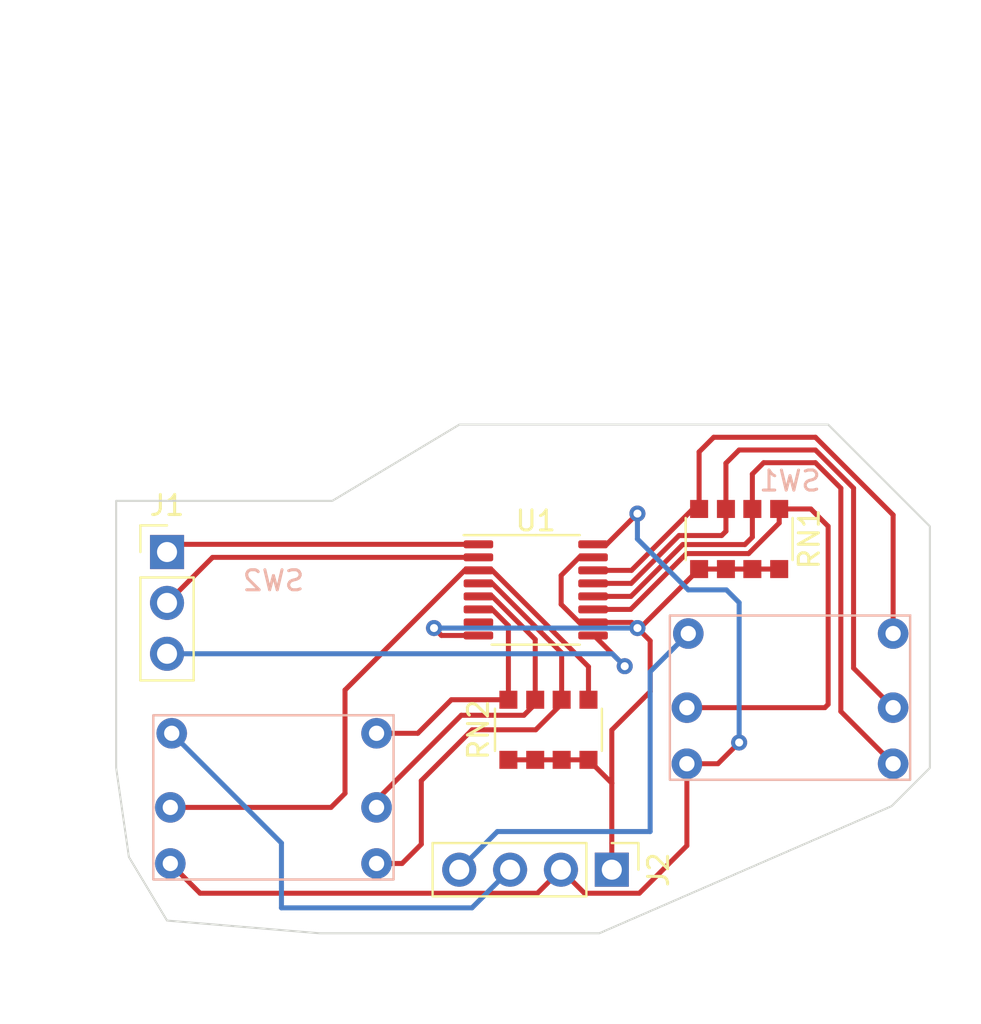
<source format=kicad_pcb>
(kicad_pcb (version 20211014) (generator pcbnew)
  (layers (0 "F.Cu" signal) (31 "B.Cu" signal) (34 "B.Paste" user) (35 "F.Paste" user) (36 "B.SilkS" user "B.Silkscreen") (37 "F.SilkS" user "F.Silkscreen") (38 "B.Mask" user) (39 "F.Mask" user) (44 "Edge.Cuts" user))
  (net 0 "")
  (footprint "Resistor_SMD:R_Array_Convex_4x1206" (layer "F.Cu") (at 147.783816 79.97107 -90)
    (fp_text reference "RN1" (at 0 -3.5 90) (layer "F.SilkS"))
    (fp_text value "1k")
    (fp_line (start 1.05 -2.67) (end -1.05 -2.67) (layer "F.SilkS") (width 0.12))
    (fp_line (start 1.05 2.67) (end -1.05 2.67) (layer "F.SilkS") (width 0.12))
    (pad "1" smd rect (at -1.5 -2 270) (size 0.9 0.9) (layers "F.Cu" "F.Paste" "F.Mask"))
    (pad "2" smd rect (at -1.5 -0.66 270) (size 0.9 0.9) (layers "F.Cu" "F.Paste" "F.Mask"))
    (pad "3" smd rect (at -1.5 0.66 270) (size 0.9 0.9) (layers "F.Cu" "F.Paste" "F.Mask"))
    (pad "4" smd rect (at -1.5 2 270) (size 0.9 0.9) (layers "F.Cu" "F.Paste" "F.Mask"))
    (pad "5" smd rect (at 1.5 2 270) (size 0.9 0.9) (layers "F.Cu" "F.Paste" "F.Mask"))
    (pad "6" smd rect (at 1.5 0.66 270) (size 0.9 0.9) (layers "F.Cu" "F.Paste" "F.Mask"))
    (pad "7" smd rect (at 1.5 -0.66 270) (size 0.9 0.9) (layers "F.Cu" "F.Paste" "F.Mask"))
    (pad "8" smd rect (at 1.5 -2 270) (size 0.9 0.9) (layers "F.Cu" "F.Paste" "F.Mask"))
  )
  (footprint "Resistor_SMD:R_Array_Convex_4x1206" (layer "F.Cu") (at 138.258816 89.49607 90)
    (fp_text reference "RN2" (at 0 -3.5 90) (layer "F.SilkS"))
    (fp_text value "1k")
    (fp_line (start 1.05 2.67) (end -1.05 2.67) (layer "F.SilkS") (width 0.12))
    (fp_line (start 1.05 -2.67) (end -1.05 -2.67) (layer "F.SilkS") (width 0.12))
    (pad "1" smd rect (at -1.5 -2 90) (size 0.9 0.9) (layers "F.Cu" "F.Paste" "F.Mask"))
    (pad "2" smd rect (at -1.5 -0.66 90) (size 0.9 0.9) (layers "F.Cu" "F.Paste" "F.Mask"))
    (pad "3" smd rect (at -1.5 0.66 90) (size 0.9 0.9) (layers "F.Cu" "F.Paste" "F.Mask"))
    (pad "4" smd rect (at -1.5 2 90) (size 0.9 0.9) (layers "F.Cu" "F.Paste" "F.Mask"))
    (pad "5" smd rect (at 1.5 2 90) (size 0.9 0.9) (layers "F.Cu" "F.Paste" "F.Mask"))
    (pad "6" smd rect (at 1.5 0.66 90) (size 0.9 0.9) (layers "F.Cu" "F.Paste" "F.Mask"))
    (pad "7" smd rect (at 1.5 -0.66 90) (size 0.9 0.9) (layers "F.Cu" "F.Paste" "F.Mask"))
    (pad "8" smd rect (at 1.5 -2 90) (size 0.9 0.9) (layers "F.Cu" "F.Paste" "F.Mask"))
  )
  (footprint "Connector_PinHeader_2.54mm:PinHeader_1x03_P2.54mm_Vertical" (layer "F.Cu") (at 119.208816 80.62107)
    (fp_text reference "J1" (at 0 -2.33) (layer "F.SilkS"))
    (fp_text value "Conn_01x03_Female")
    (fp_line (start -1.33 -1.33) (end 0 -1.33) (layer "F.SilkS") (width 0.12))
    (fp_line (start -1.33 0) (end -1.33 -1.33) (layer "F.SilkS") (width 0.12))
    (fp_line (start -1.33 1.27) (end -1.33 6.41) (layer "F.SilkS") (width 0.12))
    (fp_line (start 1.33 1.27) (end 1.33 6.41) (layer "F.SilkS") (width 0.12))
    (fp_line (start -1.33 6.41) (end 1.33 6.41) (layer "F.SilkS") (width 0.12))
    (fp_line (start -1.33 1.27) (end 1.33 1.27) (layer "F.SilkS") (width 0.12))
    (pad "1" thru_hole rect (at 0 0) (size 1.7 1.7) (drill 1) (layers *.Cu *.Mask))
    (pad "2" thru_hole oval (at 0 2.54) (size 1.7 1.7) (drill 1) (layers *.Cu *.Mask))
    (pad "3" thru_hole oval (at 0 5.08) (size 1.7 1.7) (drill 1) (layers *.Cu *.Mask))
  )
  (footprint "Connector_PinHeader_2.54mm:PinHeader_1x04_P2.54mm_Vertical" (layer "F.Cu") (at 141.423816 96.48107 -90)
    (fp_text reference "J2" (at 0 -2.33 90) (layer "F.SilkS"))
    (fp_text value "Conn_01x04_Female")
    (fp_line (start 1.33 1.27) (end 1.33 8.95) (layer "F.SilkS") (width 0.12))
    (fp_line (start -1.33 1.27) (end -1.33 8.95) (layer "F.SilkS") (width 0.12))
    (fp_line (start -1.33 0) (end -1.33 -1.33) (layer "F.SilkS") (width 0.12))
    (fp_line (start -1.33 1.27) (end 1.33 1.27) (layer "F.SilkS") (width 0.12))
    (fp_line (start -1.33 8.95) (end 1.33 8.95) (layer "F.SilkS") (width 0.12))
    (fp_line (start -1.33 -1.33) (end 0 -1.33) (layer "F.SilkS") (width 0.12))
    (pad "1" thru_hole rect (at 0 0 270) (size 1.7 1.7) (drill 1) (layers *.Cu *.Mask))
    (pad "2" thru_hole oval (at 0 2.54 270) (size 1.7 1.7) (drill 1) (layers *.Cu *.Mask))
    (pad "3" thru_hole oval (at 0 5.08 270) (size 1.7 1.7) (drill 1) (layers *.Cu *.Mask))
    (pad "4" thru_hole oval (at 0 7.62 270) (size 1.7 1.7) (drill 1) (layers *.Cu *.Mask))
  )
  (footprint "Package_SO:TSSOP-16_4.4x5mm_P0.65mm" (layer "F.Cu") (at 137.623816 82.51107)
    (fp_text reference "U1" (at 0 -3.45) (layer "F.SilkS"))
    (fp_text value "74HC165")
    (fp_line (start 0 -2.735) (end 2.2 -2.735) (layer "F.SilkS") (width 0.12))
    (fp_line (start 0 2.735) (end -2.2 2.735) (layer "F.SilkS") (width 0.12))
    (fp_line (start 0 2.735) (end 2.2 2.735) (layer "F.SilkS") (width 0.12))
    (fp_line (start 0 -2.735) (end -3.6 -2.735) (layer "F.SilkS") (width 0.12))
    (pad "1" smd roundrect (at -2.8625 -2.275) (size 1.475 0.4) (layers "F.Cu" "F.Paste" "F.Mask"))
    (pad "2" smd roundrect (at -2.8625 -1.625) (size 1.475 0.4) (layers "F.Cu" "F.Paste" "F.Mask"))
    (pad "3" smd roundrect (at -2.8625 -0.975) (size 1.475 0.4) (layers "F.Cu" "F.Paste" "F.Mask"))
    (pad "4" smd roundrect (at -2.8625 -0.325) (size 1.475 0.4) (layers "F.Cu" "F.Paste" "F.Mask"))
    (pad "5" smd roundrect (at -2.8625 0.325) (size 1.475 0.4) (layers "F.Cu" "F.Paste" "F.Mask"))
    (pad "6" smd roundrect (at -2.8625 0.975) (size 1.475 0.4) (layers "F.Cu" "F.Paste" "F.Mask"))
    (pad "7" smd roundrect (at -2.8625 1.625) (size 1.475 0.4) (layers "F.Cu" "F.Paste" "F.Mask"))
    (pad "8" smd roundrect (at -2.8625 2.275) (size 1.475 0.4) (layers "F.Cu" "F.Paste" "F.Mask"))
    (pad "9" smd roundrect (at 2.8625 2.275) (size 1.475 0.4) (layers "F.Cu" "F.Paste" "F.Mask"))
    (pad "10" smd roundrect (at 2.8625 1.625) (size 1.475 0.4) (layers "F.Cu" "F.Paste" "F.Mask"))
    (pad "11" smd roundrect (at 2.8625 0.975) (size 1.475 0.4) (layers "F.Cu" "F.Paste" "F.Mask"))
    (pad "12" smd roundrect (at 2.8625 0.325) (size 1.475 0.4) (layers "F.Cu" "F.Paste" "F.Mask"))
    (pad "13" smd roundrect (at 2.8625 -0.325) (size 1.475 0.4) (layers "F.Cu" "F.Paste" "F.Mask"))
    (pad "14" smd roundrect (at 2.8625 -0.975) (size 1.475 0.4) (layers "F.Cu" "F.Paste" "F.Mask"))
    (pad "15" smd roundrect (at 2.8625 -1.625) (size 1.475 0.4) (layers "F.Cu" "F.Paste" "F.Mask"))
    (pad "16" smd roundrect (at 2.8625 -2.275) (size 1.475 0.4) (layers "F.Cu" "F.Paste" "F.Mask"))
  )
  (footprint "Alps-SKQU:SKQUCAA010" (layer "B.Cu") (at 124.523816 89.67107 180)
    (fp_text reference "SW2" (at 0 7.62 unlocked) (layer "B.SilkS") (effects (justify mirror)))
    (fp_text value "SKQUCAA010")
    (fp_rect (start -6 0.9) (end 6 -7.3) (layer "B.SilkS") (width 0.12) (fill none))
    (pad "1" thru_hole circle (at -5.15 0 180) (size 1.524 1.524) (drill 0.762) (layers *.Cu *.Mask))
    (pad "2" thru_hole circle (at -5.15 -3.7 180) (size 1.524 1.524) (drill 0.762) (layers *.Cu *.Mask))
    (pad "3" thru_hole circle (at -5.15 -6.5 180) (size 1.524 1.524) (drill 0.762) (layers *.Cu *.Mask))
    (pad "4" thru_hole circle (at 5.15 -6.5 180) (size 1.524 1.524) (drill 0.762) (layers *.Cu *.Mask))
    (pad "5" thru_hole circle (at 5.15 -3.7 180) (size 1.524 1.524) (drill 0.762) (layers *.Cu *.Mask))
    (pad "6" thru_hole circle (at 5.08 0 180) (size 1.524 1.524) (drill 0.762) (layers *.Cu *.Mask))
  )
  (footprint "Alps-SKQU:SKQUCAA010" (layer "B.Cu") (at 150.323816 84.69107 180)
    (fp_text reference "SW1" (at 0 7.62 unlocked) (layer "B.SilkS") (effects (justify mirror)))
    (fp_text value "SKQUCAA010")
    (fp_rect (start -6 0.9) (end 6 -7.3) (layer "B.SilkS") (width 0.12) (fill none))
    (pad "1" thru_hole circle (at -5.15 0 180) (size 1.524 1.524) (drill 0.762) (layers *.Cu *.Mask))
    (pad "2" thru_hole circle (at -5.15 -3.7 180) (size 1.524 1.524) (drill 0.762) (layers *.Cu *.Mask))
    (pad "3" thru_hole circle (at -5.15 -6.5 180) (size 1.524 1.524) (drill 0.762) (layers *.Cu *.Mask))
    (pad "4" thru_hole circle (at 5.15 -6.5 180) (size 1.524 1.524) (drill 0.762) (layers *.Cu *.Mask))
    (pad "5" thru_hole circle (at 5.15 -3.7 180) (size 1.524 1.524) (drill 0.762) (layers *.Cu *.Mask))
    (pad "6" thru_hole circle (at 5.08 0 180) (size 1.524 1.524) (drill 0.762) (layers *.Cu *.Mask))
  )
  (gr_poly (pts (xy 157.308816 79.33607) (xy 157.308816 91.40107) (xy 155.403816 93.30607) (xy 140.798816 99.65607) (xy 126.828816 99.65607) (xy 119.208816 99.02107) (xy 117.303816 95.84607) (xy 116.668816 91.40107) (xy 116.668816 78.06607) (xy 127.463816 78.06607) (xy 133.813816 74.25607) (xy 152.228816 74.25607)) (layer "Edge.Cuts") (width 0.1) (fill none))
  (segment (start 136.258816 87.99607) (end 136.258816 84.295709) (width 0.25) (layer "F.Cu") (net 0))
  (segment (start 149.783816 79.17107) (end 148.258327 80.696559) (width 0.25) (layer "F.Cu") (net 0))
  (segment (start 134.761316 84.78607) (end 132.913816 84.78607) (width 0.25) (layer "F.Cu") (net 0))
  (segment (start 152.863457 88.580711) (end 152.863457 77.432147) (width 0.25) (layer "F.Cu") (net 0))
  (segment (start 138.918816 87.99607) (end 138.918816 85.655709) (width 0.25) (layer "F.Cu") (net 0))
  (segment (start 145.783816 81.47107) (end 147.123816 81.47107) (width 0.25) (layer "F.Cu") (net 0))
  (segment (start 138.893816 81.790709) (end 138.893816 83.231431) (width 0.25) (layer "F.Cu") (net 0))
  (segment (start 135.449177 82.18607) (end 134.761316 82.18607) (width 0.25) (layer "F.Cu") (net 0))
  (segment (start 141.423816 89.50607) (end 141.423816 92.16107) (width 0.25) (layer "F.Cu") (net 0))
  (segment (start 128.098816 87.510709) (end 134.073455 81.53607) (width 0.25) (layer "F.Cu") (net 0))
  (segment (start 146.513816 74.89107) (end 145.783816 75.62107) (width 0.25) (layer "F.Cu") (net 0))
  (segment (start 142.406662 81.53607) (end 140.486316 81.53607) (width 0.25) (layer "F.Cu") (net 0))
  (segment (start 137.033327 88.770581) (end 137.598816 88.205092) (width 0.25) (layer "F.Cu") (net 0))
  (segment (start 149.783816 81.47107) (end 148.443816 81.47107) (width 0.25) (layer "F.Cu") (net 0))
  (segment (start 129.673816 89.67107) (end 131.733816 89.67107) (width 0.25) (layer "F.Cu") (net 0))
  (segment (start 141.423816 96.48107) (end 141.423816 92.16107) (width 0.25) (layer "F.Cu") (net 0))
  (segment (start 133.904305 88.770581) (end 137.033327 88.770581) (width 0.25) (layer "F.Cu") (net 0))
  (segment (start 131.733816 89.67107) (end 133.408816 87.99607) (width 0.25) (layer "F.Cu") (net 0))
  (segment (start 148.443816 78.47107) (end 148.443816 79.875352) (width 0.25) (layer "F.Cu") (net 0))
  (segment (start 136.258816 90.99607) (end 137.598816 90.99607) (width 0.25) (layer "F.Cu") (net 0))
  (segment (start 140.058327 97.655581) (end 142.799305 97.655581) (width 0.25) (layer "F.Cu") (net 0))
  (segment (start 152.228816 79.33607) (end 151.363816 78.47107) (width 0.25) (layer "F.Cu") (net 0))
  (segment (start 134.761316 80.23607) (end 119.593816 80.23607) (width 0.25) (layer "F.Cu") (net 0))
  (segment (start 148.072129 80.247039) (end 144.967129 80.247039) (width 0.25) (layer "F.Cu") (net 0))
  (segment (start 148.443816 76.726559) (end 148.443816 78.47107) (width 0.25) (layer "F.Cu") (net 0))
  (segment (start 120.858327 97.655581) (end 137.709305 97.655581) (width 0.25) (layer "F.Cu") (net 0))
  (segment (start 119.373816 93.37107) (end 127.398816 93.37107) (width 0.25) (layer "F.Cu") (net 0))
  (segment (start 145.153327 80.696559) (end 142.363816 83.48607) (width 0.25) (layer "F.Cu") (net 0))
  (segment (start 149.783816 78.47107) (end 149.783816 79.17107) (width 0.25) (layer "F.Cu") (net 0))
  (segment (start 152.863457 77.432147) (end 151.59238 76.16107) (width 0.25) (layer "F.Cu") (net 0))
  (segment (start 141.423816 92.16107) (end 140.258816 90.99607) (width 0.25) (layer "F.Cu") (net 0))
  (segment (start 155.473816 78.77107) (end 151.593816 74.89107) (width 0.25) (layer "F.Cu") (net 0))
  (segment (start 135.449177 83.48607) (end 134.761316 83.48607) (width 0.25) (layer "F.Cu") (net 0))
  (segment (start 142.838816 84.41607) (end 142.703816 84.41607) (width 0.25) (layer "F.Cu") (net 0))
  (segment (start 142.423816 84.13607) (end 142.703816 84.41607) (width 0.25) (layer "F.Cu") (net 0))
  (segment (start 144.780931 79.797519) (end 142.39238 82.18607) (width 0.25) (layer "F.Cu") (net 0))
  (segment (start 127.398816 93.37107) (end 128.098816 92.67107) (width 0.25) (layer "F.Cu") (net 0))
  (segment (start 121.483816 80.88607) (end 134.761316 80.88607) (width 0.25) (layer "F.Cu") (net 0))
  (segment (start 148.258327 80.696559) (end 145.153327 80.696559) (width 0.25) (layer "F.Cu") (net 0))
  (segment (start 142.703816 84.41607) (end 143.338816 85.05107) (width 0.25) (layer "F.Cu") (net 0))
  (segment (start 119.208816 83.16107) (end 121.483816 80.88607) (width 0.25) (layer "F.Cu") (net 0))
  (segment (start 142.363816 83.48607) (end 140.486316 83.48607) (width 0.25) (layer "F.Cu") (net 0))
  (segment (start 151.593098 75.52607) (end 147.783816 75.52607) (width 0.25) (layer "F.Cu") (net 0))
  (segment (start 128.098816 92.67107) (end 128.098816 87.510709) (width 0.25) (layer "F.Cu") (net 0))
  (segment (start 137.598816 90.99607) (end 138.918816 90.99607) (width 0.25) (layer "F.Cu") (net 0))
  (segment (start 140.533816 84.78607) (end 142.068816 86.32107) (width 0.25) (layer "F.Cu") (net 0))
  (segment (start 119.593816 80.23607) (end 119.208816 80.62107) (width 0.25) (layer "F.Cu") (net 0))
  (segment (start 140.486316 84.78607) (end 140.533816 84.78607) (width 0.25) (layer "F.Cu") (net 0))
  (segment (start 151.363816 78.47107) (end 149.783816 78.47107) (width 0.25) (layer "F.Cu") (net 0))
  (segment (start 151.59238 76.16107) (end 149.009305 76.16107) (width 0.25) (layer "F.Cu") (net 0))
  (segment (start 152.063816 88.39107) (end 152.228816 88.22607) (width 0.25) (layer "F.Cu") (net 0))
  (segment (start 147.123816 78.47107) (end 147.123816 79.58357) (width 0.25) (layer "F.Cu") (net 0))
  (segment (start 139.798455 80.88607) (end 138.893816 81.790709) (width 0.25) (layer "F.Cu") (net 0))
  (segment (start 153.498816 77.431788) (end 151.593098 75.52607) (width 0.25) (layer "F.Cu") (net 0))
  (segment (start 140.486316 80.88607) (end 139.798455 80.88607) (width 0.25) (layer "F.Cu") (net 0))
  (segment (start 148.443816 81.47107) (end 147.123816 81.47107) (width 0.25) (layer "F.Cu") (net 0))
  (segment (start 145.173816 88.39107) (end 152.063816 88.39107) (width 0.25) (layer "F.Cu") (net 0))
  (segment (start 135.449177 82.83607) (end 134.761316 82.83607) (width 0.25) (layer "F.Cu") (net 0))
  (segment (start 152.228816 88.22607) (end 152.228816 79.33607) (width 0.25) (layer "F.Cu") (net 0))
  (segment (start 139.798455 84.13607) (end 140.486316 84.13607) (width 0.25) (layer "F.Cu") (net 0))
  (segment (start 142.39238 82.18607) (end 140.486316 82.18607) (width 0.25) (layer "F.Cu") (net 0))
  (segment (start 129.673816 93.00107) (end 133.904305 88.770581) (width 0.25) (layer "F.Cu") (net 0))
  (segment (start 129.673816 93.37107) (end 129.673816 93.00107) (width 0.25) (layer "F.Cu") (net 0))
  (segment (start 142.799305 97.655581) (end 145.173816 95.28107) (width 0.25) (layer "F.Cu") (net 0))
  (segment (start 134.073455 81.53607) (end 134.761316 81.53607) (width 0.25) (layer "F.Cu") (net 0))
  (segment (start 140.258816 90.99607) (end 138.918816 90.99607) (width 0.25) (layer "F.Cu") (net 0))
  (segment (start 143.338816 85.05107) (end 143.338816 87.59107) (width 0.25) (layer "F.Cu") (net 0))
  (segment (start 119.373816 96.17107) (end 120.858327 97.655581) (width 0.25) (layer "F.Cu") (net 0))
  (segment (start 137.709305 97.655581) (end 138.883816 96.48107) (width 0.25) (layer "F.Cu") (net 0))
  (segment (start 151.593816 74.89107) (end 146.513816 74.89107) (width 0.25) (layer "F.Cu") (net 0))
  (segment (start 147.123816 79.58357) (end 146.909867 79.797519) (width 0.25) (layer "F.Cu") (net 0))
  (segment (start 148.443816 79.875352) (end 148.072129 80.247039) (width 0.25) (layer "F.Cu") (net 0))
  (segment (start 131.908816 92.03607) (end 134.448816 89.49607) (width 0.25) (layer "F.Cu") (net 0))
  (segment (start 145.173816 95.28107) (end 145.173816 91.19107) (width 0.25) (layer "F.Cu") (net 0))
  (segment (start 155.473816 88.39107) (end 153.498816 86.41607) (width 0.25) (layer "F.Cu") (net 0))
  (segment (start 141.168816 80.23607) (end 142.703816 78.70107) (width 0.25) (layer "F.Cu") (net 0))
  (segment (start 135.449177 81.53607) (end 134.761316 81.53607) (width 0.25) (layer "F.Cu") (net 0))
  (segment (start 137.623816 89.49607) (end 138.918816 88.20107) (width 0.25) (layer "F.Cu") (net 0))
  (segment (start 132.913816 84.78607) (end 132.543816 84.41607) (width 0.25) (layer "F.Cu") (net 0))
  (segment (start 131.908816 95.21107) (end 131.908816 92.03607) (width 0.25) (layer "F.Cu") (net 0))
  (segment (start 147.783816 75.52607) (end 147.123816 76.18607) (width 0.25) (layer "F.Cu") (net 0))
  (segment (start 140.486316 84.13607) (end 142.423816 84.13607) (width 0.25) (layer "F.Cu") (net 0))
  (segment (start 137.598816 88.205092) (end 137.598816 87.99607) (width 0.25) (layer "F.Cu") (net 0))
  (segment (start 138.883816 96.48107) (end 140.058327 97.655581) (width 0.25) (layer "F.Cu") (net 0))
  (segment (start 130.948816 96.17107) (end 131.908816 95.21107) (width 0.25) (layer "F.Cu") (net 0))
  (segment (start 149.009305 76.16107) (end 148.443816 76.726559) (width 0.25) (layer "F.Cu") (net 0))
  (segment (start 140.486316 80.23607) (end 141.168816 80.23607) (width 0.25) (layer "F.Cu") (net 0))
  (segment (start 145.173816 91.19107) (end 146.723816 91.19107) (width 0.25) (layer "F.Cu") (net 0))
  (segment (start 145.783816 75.62107) (end 145.783816 78.47107) (width 0.25) (layer "F.Cu") (net 0))
  (segment (start 138.893816 83.231431) (end 139.798455 84.13607) (width 0.25) (layer "F.Cu") (net 0))
  (segment (start 155.473816 91.19107) (end 152.863457 88.580711) (width 0.25) (layer "F.Cu") (net 0))
  (segment (start 142.378098 82.83607) (end 140.486316 82.83607) (width 0.25) (layer "F.Cu") (net 0))
  (segment (start 144.967129 80.247039) (end 142.378098 82.83607) (width 0.25) (layer "F.Cu") (net 0))
  (segment (start 146.909867 79.797519) (end 144.780931 79.797519) (width 0.25) (layer "F.Cu") (net 0))
  (segment (start 145.783816 78.47107) (end 145.471662 78.47107) (width 0.25) (layer "F.Cu") (net 0))
  (segment (start 138.918816 85.655709) (end 135.449177 82.18607) (width 0.25) (layer "F.Cu") (net 0))
  (segment (start 147.123816 76.18607) (end 147.123816 78.47107) (width 0.25) (layer "F.Cu") (net 0))
  (segment (start 136.258816 84.295709) (end 135.449177 83.48607) (width 0.25) (layer "F.Cu") (net 0))
  (segment (start 137.598816 87.99607) (end 137.598816 84.985709) (width 0.25) (layer "F.Cu") (net 0))
  (segment (start 134.448816 89.49607) (end 137.623816 89.49607) (width 0.25) (layer "F.Cu") (net 0))
  (segment (start 155.473816 84.69107) (end 155.473816 78.77107) (width 0.25) (layer "F.Cu") (net 0))
  (segment (start 146.723816 91.19107) (end 147.783816 90.13107) (width 0.25) (layer "F.Cu") (net 0))
  (segment (start 137.598816 84.985709) (end 135.449177 82.83607) (width 0.25) (layer "F.Cu") (net 0))
  (segment (start 138.918816 88.20107) (end 138.918816 87.99607) (width 0.25) (layer "F.Cu") (net 0))
  (segment (start 145.783816 81.47107) (end 142.838816 84.41607) (width 0.25) (layer "F.Cu") (net 0))
  (segment (start 129.673816 96.17107) (end 130.948816 96.17107) (width 0.25) (layer "F.Cu") (net 0))
  (segment (start 133.408816 87.99607) (end 136.258816 87.99607) (width 0.25) (layer "F.Cu") (net 0))
  (segment (start 143.338816 87.59107) (end 141.423816 89.50607) (width 0.25) (layer "F.Cu") (net 0))
  (segment (start 153.498816 86.41607) (end 153.498816 77.431788) (width 0.25) (layer "F.Cu") (net 0))
  (segment (start 145.471662 78.47107) (end 142.406662 81.53607) (width 0.25) (layer "F.Cu") (net 0))
  (segment (start 140.258816 87.99607) (end 140.258816 86.345709) (width 0.25) (layer "F.Cu") (net 0))
  (segment (start 140.258816 86.345709) (end 135.449177 81.53607) (width 0.25) (layer "F.Cu") (net 0))
  (via (at 147.783816 90.13107) (size 0.8) (drill 0.4) (layers "F.Cu" "B.Cu") (net 0))
  (via (at 132.543816 84.41607) (size 0.8) (drill 0.4) (layers "F.Cu" "B.Cu") (net 0))
  (via (at 142.703816 84.41607) (size 0.8) (drill 0.4) (layers "F.Cu" "B.Cu") (net 0))
  (via (at 142.703816 78.70107) (size 0.8) (drill 0.4) (layers "F.Cu" "B.Cu") (net 0))
  (via (at 142.068816 86.32107) (size 0.8) (drill 0.4) (layers "F.Cu" "B.Cu") (net 0))
  (segment (start 147.783816 83.14607) (end 147.148816 82.51107) (width 0.25) (layer "B.Cu") (net 0))
  (segment (start 135.708816 94.57607) (end 143.338816 94.57607) (width 0.25) (layer "B.Cu") (net 0))
  (segment (start 145.243816 82.51107) (end 142.703816 79.97107) (width 0.25) (layer "B.Cu") (net 0))
  (segment (start 119.443816 89.67107) (end 124.923816 95.15107) (width 0.25) (layer "B.Cu") (net 0))
  (segment (start 147.783816 90.13107) (end 147.783816 83.14607) (width 0.25) (layer "B.Cu") (net 0))
  (segment (start 124.923816 95.15107) (end 124.923816 98.38607) (width 0.25) (layer "B.Cu") (net 0))
  (segment (start 147.148816 82.51107) (end 145.243816 82.51107) (width 0.25) (layer "B.Cu") (net 0))
  (segment (start 133.803816 96.48107) (end 135.708816 94.57607) (width 0.25) (layer "B.Cu") (net 0))
  (segment (start 141.448816 85.70107) (end 119.208816 85.70107) (width 0.25) (layer "B.Cu") (net 0))
  (segment (start 132.543816 84.41607) (end 142.703816 84.41607) (width 0.25) (layer "B.Cu") (net 0))
  (segment (start 142.703816 79.97107) (end 142.703816 78.70107) (width 0.25) (layer "B.Cu") (net 0))
  (segment (start 143.338816 94.57607) (end 143.338816 86.59607) (width 0.25) (layer "B.Cu") (net 0))
  (segment (start 143.338816 86.59607) (end 145.243816 84.69107) (width 0.25) (layer "B.Cu") (net 0))
  (segment (start 124.923816 98.38607) (end 134.438816 98.38607) (width 0.25) (layer "B.Cu") (net 0))
  (segment (start 142.068816 86.32107) (end 141.448816 85.70107) (width 0.25) (layer "B.Cu") (net 0))
  (segment (start 134.438816 98.38607) (end 136.343816 96.48107) (width 0.25) (layer "B.Cu") (net 0))
)
</source>
